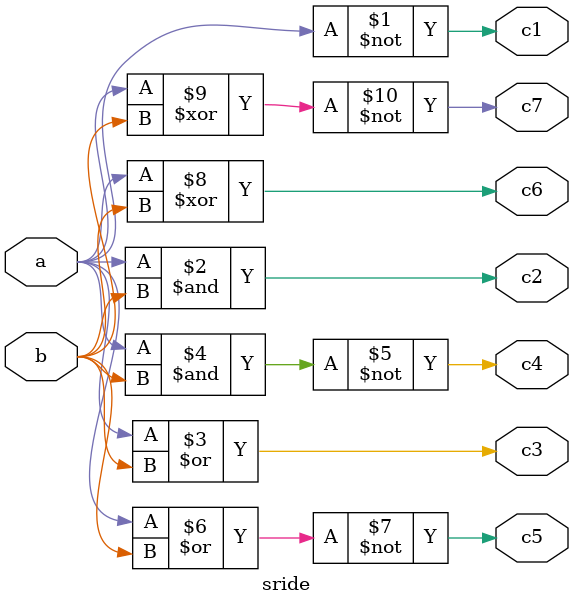
<source format=v>
module sride(a, b, c1, c2, c3, c4, c5, c6, c7); 
    input a, b; 
    output c1, c2, c3, c4, c5, c6, c7; 
    assign c1 = ~a; 
    assign c2 = a & b; 
    assign c3 = a | b; 
    assign c4 = ~(a & b); 
    assign c5 = ~(a | b); 
    assign c6 = a ^ b; 
    assign c7 = ~(a ^ b); 
endmodule 
</source>
